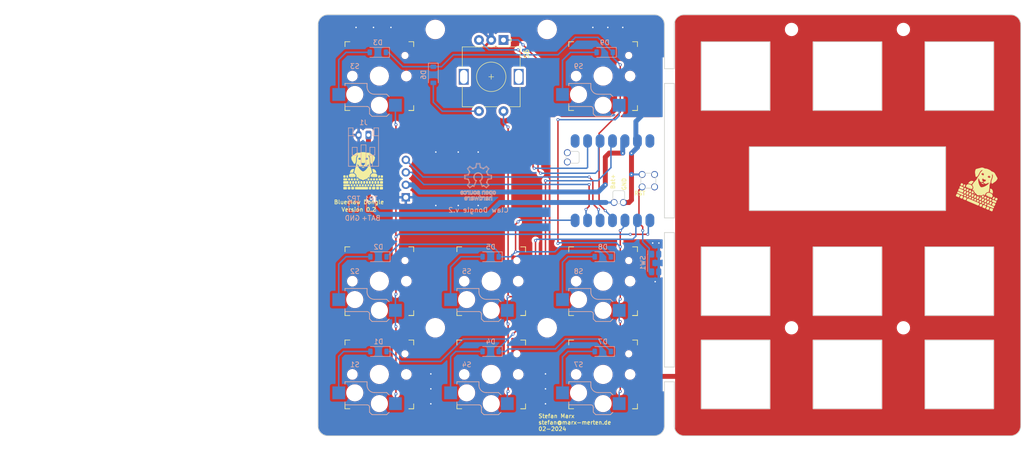
<source format=kicad_pcb>
(kicad_pcb (version 20240108) (generator "pcbnew") (generator_version "8.0")
  (title_block (comment 4 "AISLER Project ID: FSMJNVAG"))
  (layers (0 "F.Cu" signal "Front") (31 "B.Cu" signal "Back") (34 "B.Paste" user) (35 "F.Paste" user) (36 "B.SilkS" user "B.Silkscreen") (37 "F.SilkS" user "F.Silkscreen") (38 "B.Mask" user) (39 "F.Mask" user) (44 "Edge.Cuts" user))
  (net 0 "")
  (net 1 "Row3")
  (net 2 "Net-(D1-A)")
  (net 3 "Row2")
  (net 4 "Row1")
  (net 5 "Net-(D3-A)")
  (net 6 "Net-(D4-A)")
  (net 7 "Net-(D5-A)")
  (net 8 "Net-(D6-A)")
  (net 9 "Net-(D7-A)")
  (net 10 "Net-(D8-A)")
  (net 11 "Net-(D9-A)")
  (net 12 "Col1")
  (net 13 "Col2")
  (net 14 "Col3")
  (net 16 "GND")
  (net 17 "3v3")
  (net 18 "Net-(DSP1-SCL)")
  (net 19 "EncA")
  (net 21 "Net-(DSP1-SDA)")
  (net 22 "EncB")
  (net 23 "Net-(D2-A)")
  (net 24 "BAT")
  (net 27 "Net-(U1-RST)")
  (footprint "CF_LOGOS:DDKeyboard_10_10" (layer "F.Cu") (at 74.676 79.248)
    (property "Reference" "GL1" (hide yes))
    (property "Value" "LOGO" (hide yes))
  )
  (footprint "keyswitches:Kailh_socket_PG1350" (layer "F.Cu") (at 100.7 120.5)
    (property "Reference" "S4")
    (property "Value" "Choc")
  )
  (footprint "CF_LOGOS:DDKeyboard_10_10" (layer "F.Cu") (at 200.544075 82.477981 -23)
    (property "Reference" "GL2" (hide yes))
    (property "Value" "LOGO" (hide yes))
  )
  (footprint "MountingHole:MountingHole_3.5mm" (layer "F.Cu") (at 112.1 111)
    (property "Reference" "M4" (hide yes))
    (property "Value" "MOUNT" (hide yes))
  )
  (footprint "keyswitches:Kailh_socket_PG1350" (layer "F.Cu") (at 100.7 101.5)
    (property "Reference" "S5")
    (property "Value" "Choc")
  )
  (footprint "keyswitches:Kailh_socket_PG1350" (layer "F.Cu") (at 123.5 120.5)
    (property "Reference" "S7")
    (property "Value" "Choc")
  )
  (footprint "MountingHole:MountingHole_2.2mm_M2_DIN965" (layer "F.Cu") (at 161.9 50.2)
    (property "Reference" "M7" (hide yes))
    (property "Value" "MOUNT" (hide yes))
  )
  (footprint "keyswitches:Kailh_socket_PG1350" (layer "F.Cu") (at 77.9 120.5)
    (property "Reference" "S1")
    (property "Value" "Choc")
  )
  (footprint "MountingHole:MountingHole_3.5mm" (layer "F.Cu") (at 112.1 50.2)
    (property "Reference" "M3" (hide yes))
    (property "Value" "MOUNT" (hide yes))
  )
  (footprint "Rotary_Encoder:RotaryEncoder_Alps_EC11E-Switch_Vertical_H20mm" (layer "F.Cu") (at 103.2 52.35 -90)
    (property "Reference" "S6")
    (property "Value" "Choc")
  )
  (footprint "MountingHole:MountingHole_2.2mm_M2_DIN965" (layer "F.Cu") (at 184.7 111)
    (property "Reference" "M6" (hide yes))
    (property "Value" "MOUNT" (hide yes))
  )
  (footprint "MountingHole:MountingHole_3.5mm" (layer "F.Cu") (at 89.3 50.2)
    (property "Reference" "M1" (hide yes))
    (property "Value" "MOUNT" (hide yes))
  )
  (footprint "MountingHole:MountingHole_3.5mm" (layer "F.Cu") (at 89.3 111)
    (property "Reference" "M2" (hide yes))
    (property "Value" "MOUNT" (hide yes))
  )
  (footprint "ScottoKeebs_Components:OLED_128x32" (layer "F.Cu") (at 100.7 80.6)
    (property "Reference" "DSP1" (hide yes))
    (property "Value" "OLED_128x32")
  )
  (footprint "MountingHole:MountingHole_2.2mm_M2_DIN965" (layer "F.Cu") (at 161.9 111)
    (property "Reference" "M8" (hide yes))
    (property "Value" "MOUNT" (hide yes))
  )
  (footprint "keyswitches:Kailh_socket_PG1350" (layer "F.Cu") (at 123.5 101.5)
    (property "Reference" "S8")
    (property "Value" "Choc")
  )
  (footprint "MountingHole:MountingHole_2.2mm_M2_DIN965" (layer "F.Cu") (at 184.7 50.2)
    (property "Reference" "M5" (hide yes))
    (property "Value" "MOUNT" (hide yes))
  )
  (footprint "keyswitches:Kailh_socket_PG1350" (layer "F.Cu") (at 77.9 101.5)
    (property "Reference" "S2")
    (property "Value" "Choc")
  )
  (footprint "keyswitches:Kailh_socket_PG1350" (layer "F.Cu") (at 77.9 59.7)
    (property "Reference" "S3")
    (property "Value" "Choc")
  )
  (footprint "keyswitches:Kailh_socket_PG1350" (layer "F.Cu") (at 123.5 59.7)
    (property "Reference" "S9")
    (property "Value" "Choc")
  )
  (footprint "TestPoint:TestPoint_Pad_1.5x1.5mm" (layer "B.Cu") (at 72.644 86.36 180)
    (property "Reference" "TP2")
    (property "Value" "GND")
  )
  (footprint "Diode_SMD:D_SOD-123" (layer "B.Cu") (at 77.598 54.864 180)
    (property "Reference" "D3")
    (property "Value" "Diode")
  )
  (footprint "Diode_SMD:D_SOD-123" (layer "B.Cu") (at 123.444 96.52 180)
    (property "Reference" "D8")
    (property "Value" "Diode")
  )
  (footprint "TestPoint:TestPoint_Pad_1.5x1.5mm" (layer "B.Cu") (at 76.2 86.36 180)
    (property "Reference" "TP1")
    (property "Value" "BAT+")
  )
  (footprint "CF_LOGOS:OSSLogo" (layer "B.Cu") (at 98.1075 80.645 180)
    (property "Reference" "Logo" (hide yes))
    (property "Value" "Claw Dongle v.2")
  )
  (footprint "Diode_SMD:D_SOD-123" (layer "B.Cu") (at 123.826 54.864 180)
    (property "Reference" "D9")
    (property "Value" "Diode")
  )
  (footprint "Connector_JST:JST_PH_S2B-PH-K_1x02_P2.00mm_Horizontal" (layer "B.Cu") (at 75.676 71.718 180)
    (property "Reference" "J1")
    (property "Value" "Bat")
  )
  (footprint "Button_Switch_SMD:SW_SPST_EVQP7A" (layer "B.Cu") (at 134.112 97.79 -90)
    (property "Reference" "SW1")
    (property "Value" "SW_Reset")
  )
  (footprint "keeb_mcu:xiao-ble-smd-cutout" (layer "B.Cu") (at 125.418 81.018 90)
    (property "Reference" "U1" (hide yes))
    (property "Value" "SeeeduinoXIAO" (hide yes))
    (fp_line (start 4.2418 -9.462) (end 5.2832 -9.462) (stroke (width 0.12)) (layer "Edge.Cuts"))
    (fp_line (start 5.969 -8.7762) (end 5.9695 -7.176) (stroke (width 0.12)) (layer "Edge.Cuts"))
    (fp_line (start 3.5565 -7.176) (end 3.556 -8.7762) (stroke (width 0.12)) (layer "Edge.Cuts"))
    (fp_line (start 5.5885 -6.795) (end 3.9375 -6.795) (stroke (width 0.12)) (layer "Edge.Cuts"))
    (fp_line (start -4.0132 0.063) (end -2.413 0.063) (stroke (width 0.12)) (layer "Edge.Cuts"))
    (fp_line (start -2.032 0.444) (end -2.032 2.095) (stroke (width 0.12)) (layer "Edge.Cuts"))
    (fp_line (start -4.699 1.7902) (end -4.699 0.7488) (stroke (width 0.12)) (layer "Edge.Cuts"))
    (fp_line (start -2.413 2.476) (end -4.0132 2.476) (stroke (width 0.12)) (layer "Edge.Cuts"))
    (fp_line (start 0.8382 5.778) (end -0.8382 5.778) (stroke (width 0.12)) (layer "Edge.Cuts"))
    (fp_line (start 1.524 8.1402) (end 1.524 6.4638) (stroke (width 0.12)) (layer "Edge.Cuts"))
    (fp_line (start -1.524 8.1402) (end -1.524 6.4638) (stroke (width 0.12)) (layer "Edge.Cuts"))
    (fp_line (start 0.8382 8.826) (end -0.8382 8.826) (stroke (width 0.12)) (layer "Edge.Cuts"))
    (fp_arc (start 4.2418 -9.462) (mid 4.159607 -8.858393) (end 3.556 -8.7762) (stroke (width 0.12)) (layer "Edge.Cuts"))
    (fp_arc (start 5.969 -8.7762) (mid 5.365357 -8.858357) (end 5.2832 -9.462) (stroke (width 0.12)) (layer "Edge.Cuts"))
    (fp_arc (start 5.9695 -7.176) (mid 5.857908 -6.906592) (end 5.5885 -6.795) (stroke (width 0.12)) (layer "Edge.Cuts"))
    (fp_arc (start 3.9375 -6.795) (mid 3.668092 -6.906592) (end 3.5565 -7.176) (stroke (width 0.12)) (layer "Edge.Cuts"))
    (fp_arc (start -2.413 0.063) (mid -2.143592 0.174592) (end -2.032 0.444) (stroke (width 0.12)) (layer "Edge.Cuts"))
    (fp_arc (start -4.0132 0.063) (mid -4.095391 0.666609) (end -4.699 0.7488) (stroke (width 0.12)) (layer "Edge.Cuts"))
    (fp_arc (start -4.699 1.7902) (mid -4.095391 1.872391) (end -4.0132 2.476) (stroke (width 0.12)) (layer "Edge.Cuts"))
    (fp_arc (start -2.032 2.095) (mid -2.143592 2.364408) (end -2.413 2.476) (stroke (width 0.12)) (layer "Edge.Cuts"))
    (fp_arc (start -0.8382 5.778) (mid -0.920391 6.381609) (end -1.524 6.4638) (stroke (width 0.12)) (layer "Edge.Cuts"))
    (fp_arc (start 1.524 6.4638) (mid 0.920393 6.381607) (end 0.8382 5.778) (stroke (width 0.12)) (layer "Edge.Cuts"))
    (fp_arc (start -1.524 8.1402) (mid -0.920391 8.222391) (end -0.8382 8.826) (stroke (width 0.12)) (layer "Edge.Cuts"))
    (fp_arc (start 0.8382 8.826) (mid 0.920393 8.222393) (end 1.524 8.1402) (stroke (width 0.12)) (layer "Edge.Cuts"))
  )
  (footprint "Diode_SMD:D_SOD-123" (layer "B.Cu") (at 100.584 115.824 180)
    (property "Reference" "D4")
    (property "Value" "Diode")
  )
  (footprint "Diode_SMD:D_SOD-123" (layer "B.Cu") (at 77.724 115.824 180)
    (property "Reference" "D1")
    (property "Value" "Diode")
  )
  (footprint "Diode_SMD:D_SOD-123" (layer "B.Cu") (at 123.444 115.824 180)
    (property "Reference" "D7")
    (property "Value" "Diode")
  )
  (footprint "Diode_SMD:D_SOD-123" (layer "B.Cu") (at 100.584 96.52 180)
    (property "Reference" "D5")
    (property "Value" "Diode")
  )
  (footprint "Diode_SMD:D_SOD-123" (layer "B.Cu") (at 77.724 96.52 180)
    (property "Reference" "D2")
    (property "Value" "Diode")
  )
  (footprint "Diode_SMD:D_SOD-123" (layer "B.Cu") (at 88.9 59.436 -90)
    (property "Reference" "D6")
    (property "Value" "Diode")
  )
  (gr_line (start 138 88.6) (end 136 88.6) (stroke (width 0.15)) (layer "Edge.Cuts"))
  (gr_line (start 138 58.2) (end 136 58.2) (stroke (width 0.15)) (layer "Edge.Cuts"))
  (gr_line (start 136 122) (end 138 122) (stroke (width 0.15)) (layer "Edge.Cuts"))
  (gr_line (start 138 58.2) (end 138 49.2) (stroke (width 0.15)) (layer "Edge.Cuts"))
  (gr_line (start 166.3 127.5) (end 180.3 127.5) (stroke (width 0.15)) (layer "Edge.Cuts"))
  (gr_line (start 166.3 94.5) (end 166.3 108.5) (stroke (width 0.15)) (layer "Edge.Cuts"))
  (gr_line (start 180.3 127.5) (end 180.3 113.5) (stroke (width 0.15)) (layer "Edge.Cuts"))
  (gr_line (start 206.6 133) (end 140 133) (stroke (width 0.15)) (layer "Edge.Cuts"))
  (gr_line (start 180.3 52.7) (end 166.3 52.7) (stroke (width 0.15)) (layer "Edge.Cuts"))
  (gr_line (start 136 122) (end 136 131) (stroke (width 0.15)) (layer "Edge.Cuts"))
  (gr_arc (start 67.4 133) (mid 65.985786 132.414214) (end 65.4 131) (stroke (width 0.15)) (layer "Edge.Cuts"))
  (gr_line (start 166.3 108.5) (end 180.3 108.5) (stroke (width 0.15)) (layer "Edge.Cuts"))
  (gr_line (start 143.5 108.5) (end 157.5 108.5) (stroke (width 0.15)) (layer "Edge.Cuts"))
  (gr_line (start 134 133) (end 67.4 133) (stroke (width 0.15)) (layer "Edge.Cuts"))
  (gr_arc (start 208.6 131) (mid 208.014214 132.414214) (end 206.6 133) (stroke (width 0.15)) (layer "Edge.Cuts"))
  (gr_line (start 67.4 47.2) (end 134 47.2) (stroke (width 0.15)) (layer "Edge.Cuts"))
  (gr_line (start 189.1 127.5) (end 203.1 127.5) (stroke (width 0.15)) (layer "Edge.Cuts"))
  (gr_line (start 180.3 108.5) (end 180.3 94.5) (stroke (width 0.15)) (layer "Edge.Cuts"))
  (gr_line (start 138 119) (end 136 119) (stroke (width 0.15)) (layer "Edge.Cuts"))
  (gr_line (start 203.1 127.5) (end 203.1 113.5) (stroke (width 0.15)) (layer "Edge.Cuts"))
  (gr_line (start 143.5 127.5) (end 157.5 127.5) (stroke (width 0.15)) (layer "Edge.Cuts"))
  (gr_line (start 143.5 94.5) (end 143.5 108.5) (stroke (width 0.15)) (layer "Edge.Cuts"))
  (gr_line (start 180.3 113.5) (end 166.3 113.5) (stroke (width 0.15)) (layer "Edge.Cuts"))
  (gr_line (start 157.5 52.7) (end 143.5 52.7) (stroke (width 0.15)) (layer "Edge.Cuts"))
  (gr_arc (start 136 131) (mid 135.414214 132.414214) (end 134 133) (stroke (width 0.15)) (layer "Edge.Cuts"))
  (gr_line (start 153.3 87.1) (end 193.3 87.1) (stroke (width 0.15)) (layer "Edge.Cuts"))
  (gr_line (start 203.1 66.7) (end 203.1 52.7) (stroke (width 0.15)) (layer "Edge.Cuts"))
  (gr_line (start 203.1 94.5) (end 189.1 94.5) (stroke (width 0.15)) (layer "Edge.Cuts"))
  (gr_arc (start 140 133) (mid 138.585786 132.414214) (end 138 131) (stroke (width 0.15)) (layer "Edge.Cuts"))
  (gr_line (start 203.1 113.5) (end 189.1 113.5) (stroke (width 0.15)) (layer "Edge.Cuts"))
  (gr_line (start 193.3 87.1) (end 193.3 74.1) (stroke (width 0.15)) (layer "Edge.Cuts"))
  (gr_line (start 166.3 113.5) (end 166.3 127.5) (stroke (width 0.15)) (layer "Edge.Cuts"))
  (gr_line (start 203.1 52.7) (end 189.1 52.7) (stroke (width 0.15)) (layer "Edge.Cuts"))
  (gr_line (start 203.1 108.5) (end 203.1 94.5) (stroke (width 0.15)) (layer "Edge.Cuts"))
  (gr_line (start 138 88.6) (end 138 61.2) (stroke (width 0.15)) (layer "Edge.Cuts"))
  (gr_line (start 166.3 52.7) (end 166.3 66.7) (stroke (width 0.15)) (layer "Edge.Cuts"))
  (gr_line (start 193.3 74.1) (end 153.3 74.1) (stroke (width 0.15)) (layer "Edge.Cuts"))
  (gr_line (start 157.5 66.7) (end 157.5 52.7) (stroke (width 0.15)) (layer "Edge.Cuts"))
  (gr_line (start 153.3 74.1) (end 153.3 87.1) (stroke (width 0.15)) (layer "Edge.Cuts"))
  (gr_line (start 138 131) (end 138 122) (stroke (width 0.15)) (layer "Edge.Cuts"))
  (gr_line (start 136 61.2) (end 138 61.2) (stroke (width 0.15)) (layer "Edge.Cuts"))
  (gr_line (start 180.3 66.7) (end 180.3 52.7) (stroke (width 0.15)) (layer "Edge.Cuts"))
  (gr_line (start 180.3 94.5) (end 166.3 94.5) (stroke (width 0.15)) (layer "Edge.Cuts"))
  (gr_line (start 166.3 66.7) (end 180.3 66.7) (stroke (width 0.15)) (layer "Edge.Cuts"))
  (gr_line (start 157.5 94.5) (end 143.5 94.5) (stroke (width 0.15)) (layer "Edge.Cuts"))
  (gr_line (start 65.4 131) (end 65.4 49.2) (stroke (width 0.15)) (layer "Edge.Cuts"))
  (gr_line (start 136 61.2) (end 136 88.6) (stroke (width 0.15)) (layer "Edge.Cuts"))
  (gr_line (start 138 119) (end 138 91.6) (stroke (width 0.15)) (layer "Edge.Cuts"))
  (gr_line (start 136 91.6) (end 136 119) (stroke (width 0.15)) (layer "Edge.Cuts"))
  (gr_line (start 157.5 127.5) (end 157.5 113.5) (stroke (width 0.15)) (layer "Edge.Cuts"))
  (gr_line (start 143.5 113.5) (end 143.5 127.5) (stroke (width 0.15)) (layer "Edge.Cuts"))
  (gr_line (start 189.1 108.5) (end 203.1 108.5) (stroke (width 0.15)) (layer "Edge.Cuts"))
  (gr_line (start 157.5 108.5) (end 157.5 94.5) (stroke (width 0.15)) (layer "Edge.Cuts"))
  (gr_line (start 157.5 113.5) (end 143.5 113.5) (stroke (width 0.15)) (layer "Edge.Cuts"))
  (gr_arc (start 138 49.2) (mid 138.585786 47.785786) (end 140 47.2) (stroke (width 0.15)) (layer "Edge.Cuts"))
  (gr_arc (start 134 47.2) (mid 135.414214 47.785786) (end 136 49.2) (stroke (width 0.15)) (layer "Edge.Cuts"))
  (gr_arc (start 65.4 49.2) (mid 65.985786 47.785786) (end 67.4 47.2) (stroke (width 0.15)) (layer "Edge.Cuts"))
  (gr_line (start 189.1 113.5) (end 189.1 127.5) (stroke (width 0.15)) (layer "Edge.Cuts"))
  (gr_arc (start 206.6 47.2) (mid 208.014214 47.785786) (end 208.6 49.2) (stroke (width 0.15)) (layer "Edge.Cuts"))
  (gr_line (start 143.5 66.7) (end 157.5 66.7) (stroke (width 0.15)) (layer "Edge.Cuts"))
  (gr_line (start 189.1 94.5) (end 189.1 108.5) (stroke (width 0.15)) (layer "Edge.Cuts"))
  (gr_line (start 136 49.2) (end 136 58.2) (stroke (width 0.15)) (layer "Edge.Cuts"))
  (gr_line (start 208.6 49.2) (end 208.6 131) (stroke (width 0.15)) (layer "Edge.Cuts"))
  (gr_line (start 189.1 52.7) (end 189.1 66.7) (stroke (width 0.15)) (layer "Edge.Cuts"))
  (gr_line (start 140 47.2) (end 206.6 47.2) (stroke (width 0.15)) (layer "Edge.Cuts"))
  (gr_line (start 136 91.6) (end 138 91.6) (stroke (width 0.15)) (layer "Edge.Cuts"))
  (gr_line (start 143.5 52.7) (end 143.5 66.7) (stroke (width 0.15)) (layer "Edge.Cuts"))
  (gr_line (start 189.1 66.7) (end 203.1 66.7) (stroke (width 0.15)) (layer "Edge.Cuts"))
  (gr_text "RST" (at 129.794 84.074 -0) (layer "F.SilkS") (effects (font (size 0.8128 0.8128) (thickness 0.1524) (bold yes)) (justify left bottom)))
  (gr_text "GND" (at 128.27 83.058 90) (layer "F.SilkS") (effects (font (size 0.8128 0.8128) (thickness 0.1524) (bold yes)) (justify left bottom)))
  (gr_text "Version 0.2" (at 70.104 87.376 0) (layer "F.SilkS") (effects (font (size 0.8128 0.8128) (thickness 0.1524) (bold yes)) (justify left bottom)))
  (gr_text "Stefan Marx\nstefan@marx-merten.de\n02-2024" (at 110.236 132.08 0) (layer "F.SilkS") (effects (font (size 0.8128 0.8128) (thickness 0.1524) (bold yes)) (justify left bottom)))
  (gr_text "Bat+" (at 125.984 82.804 90) (layer "F.SilkS") (effects (font (size 0.8128 0.8128) (thickness 0.1524) (bold yes)) (justify left bottom)))
  (gr_text "Blueclaw Dongle" (at 68.58 85.852 0) (layer "F.SilkS") (effects (font (size 0.8128 0.8128) (thickness 0.1524) (bold yes)) (justify left bottom)))
  (segment (start 111.76 105.664) (end 111.76 81.026) (width 0.3) (layer "F.Cu") (net 1))
  (segment (start 105.156008 112.267992) (end 111.76 105.664) (width 0.3) (layer "F.Cu") (net 1))
  (segment (start 105.156 112.267992) (end 105.156008 112.267992) (width 0.3) (layer "F.Cu") (net 1))
  (via (at 111.76 81.026) (size 0.6) (drill 0.3) (layers "F.Cu" "B.Cu") (net 1))
  (via (at 105.156 112.267992) (size 0.6) (drill 0.3) (layers "F.Cu" "B.Cu") (net 1))
  (segment (start 103.632 115.824) (end 104.14 115.316) (width 0.3) (layer "B.Cu") (net 1))
  (segment (start 104.14 115.316) (end 113.792 115.316) (width 0.3) (layer "B.Cu") (net 1))
  (segment (start 122.428 81.026) (end 111.76 81.026) (width 0.3) (layer "B.Cu") (net 1))
  (segment (start 105.156 112.267992) (end 104.139992 113.284) (width 0.3) (layer "B.Cu") (net 1))
  (segment (start 115.824 113.284) (end 122.554 113.284) (width 0.3) (layer "B.Cu") (net 1))
  (segment (start 82.296 117.856) (end 80.264 115.824) (width 0.3) (layer "B.Cu") (net 1))
  (segment (start 94.996 113.284) (end 90.424 117.856) (width 0.3) (layer "B.Cu") (net 1))
  (segment (start 104.139992 113.284) (end 94.996 113.284) (width 0.3) (layer "B.Cu") (net 1))
  (segment (start 90.424 117.856) (end 82.296 117.856) (width 0.3) (layer "B.Cu") (net 1))
  (segment (start 125.1 78.354) (end 122.428 81.026) (width 0.3) (layer "B.Cu") (net 1))
  (segment (start 102.234 115.189992) (end 105.156 112.267992) (width 0.3) (layer "B.Cu") (net 1))
  (segment (start 80.264 115.824) (end 79.374 115.824) (width 0.3) (layer "B.Cu") (net 1))
  (segment (start 113.792 115.316) (end 115.824 113.284) (width 0.3) (layer "B.Cu") (net 1))
  (segment (start 125.1 72.330001) (end 125.1 78.354) (width 0.3) (layer "B.Cu") (net 1))
  (segment (start 122.554 113.284) (end 125.094 115.824) (width 0.3) (layer "B.Cu") (net 1))
  (segment (start 102.234 115.824) (end 102.234 115.189992) (width 0.3) (layer "B.Cu") (net 1))
  (segment (start 102.234 115.824) (end 103.632 115.824) (width 0.3) (layer "B.Cu") (net 1))
  (segment (start 70.612 115.824) (end 69.625 116.811) (width 0.3) (layer "B.Cu") (net 2))
  (segment (start 69.625 116.811) (end 69.625 124.25) (width 0.3) (layer "B.Cu") (net 2))
  (segment (start 76.074 115.824) (end 70.612 115.824) (width 0.3) (layer "B.Cu") (net 2))
  (segment (start 105.664 89.915992) (end 106.171992 89.408) (width 0.3) (layer "F.Cu") (net 3))
  (segment (start 105.664 95.504) (end 105.664 89.915992) (width 0.3) (layer "F.Cu") (net 3))
  (via (at 105.664 95.504) (size 0.6) (drill 0.3) (layers "F.Cu" "B.Cu") (net 3))
  (via (at 106.171992 89.408) (size 0.6) (drill 0.3) (layers "F.Cu" "B.Cu") (net 3))
  (segment (start 106.509993 89.069999) (end 106.171992 89.408) (width 0.3) (layer "B.Cu") (net 3))
  (segment (start 81.914 93.98) (end 100.584 93.98) (width 0.3) (layer "B.Cu") (net 3))
  (segment (start 79.374 96.52) (end 81.788 94.106) (width 0.3) (layer "B.Cu") (net 3))
  (segment (start 102.234 95.63) (end 102.234 96.52) (width 0.3) (layer "B.Cu") (net 3))
  (segment (start 125.094 96.52) (end 123.062 94.488) (width 0.3) (layer "B.Cu") (net 3))
  (segment (start 123.062 94.488) (end 114.678661 94.488) (width 0.3) (layer "B.Cu") (net 3))
  (segment (start 102.234 96.52) (end 104.648 96.52) (width 0.3) (layer "B.Cu") (net 3))
  (segment (start 81.788 94.106) (end 81.914 93.98) (width 0.3) (layer "B.Cu") (net 3))
  (segment (start 117.48 89.069999) (end 106.509993 89.069999) (width 0.3) (layer "B.Cu") (net 3))
  (segment (start 114.678661 94.488) (end 113.662661 95.504) (width 0.3) (layer "B.Cu") (net 3))
  (segment (start 100.584 93.98) (end 102.234 95.63) (width 0.3) (layer "B.Cu") (net 3))
  (segment (start 104.648 96.52) (end 105.664 95.504) (width 0.3) (layer "B.Cu") (net 3))
  (segment (start 113.662661 95.504) (end 105.664 95.504) (width 0.3) (layer "B.Cu") (net 3))
  (segment (start 127 67.056) (end 122.682 71.374) (width 0.3) (layer "F.Cu") (net 4))
  (segment (start 127 57.404) (end 127 67.056) (width 0.3) (layer "F.Cu") (net 4))
  (segment (start 122.682 85.852) (end 123.952 87.122) (width 0.3) (layer "F.Cu") (net 4))
  (segment (start 122.682 71.374) (end 122.682 85.852) (width 0.3) (layer "F.Cu") (net 4))
  (via (at 127 57.404) (size 0.6) (drill 0.3) (layers "F.Cu" "B.Cu") (net 4))
  (via (at 123.952 87.122) (size 0.6) (drill 0.3) (layers "F.Cu" "B.Cu") (net 4))
  (segment (start 88.9 57.786) (end 90.55 57.786) (width 0.3) (layer "B.Cu") (net 4))
  (segment (start 125.1 88.27) (end 123.952 87.122) (width 0.3) (layer "B.Cu") (net 4))
  (segment (start 90.55 57.786) (end 92.964 55.372) (width 0.3) (layer "B.Cu") (net 4))
  (segment (start 125.1 89.069999) (end 125.1 88.27) (width 0.3) (layer "B.Cu") (net 4))
  (segment (start 114.3 55.372) (end 117.856 51.816) (width 0.3) (layer "B.Cu") (net 4))
  (segment (start 125.476 55.88) (end 125.476 54.864) (width 0.3) (layer "B.Cu") (net 4))
  (segment (start 82.678 57.786) (end 88.9 57.786) (width 0.3) (layer "B.Cu") (net 4))
  (segment (start 79.248 54.864) (end 79.756 54.864) (width 0.3) (layer "B.Cu") (net 4))
  (segment (start 127 57.404) (end 125.476 55.88) (width 0.3) (layer "B.Cu") (net 4))
  (segment (start 79.756 54.864) (end 82.678 57.786) (width 0.3) (layer "B.Cu") (net 4))
  (segment (start 117.856 51.816) (end 122.428 51.816) (width 0.3) (layer "B.Cu") (net 4))
  (segment (start 122.428 51.816) (end 125.476 54.864) (width 0.3) (layer "B.Cu") (net 4))
  (segment (start 92.964 55.372) (end 114.3 55.372) (width 0.3) (layer "B.Cu") (net 4))
  (segment (start 75.948 54.864) (end 71.12 54.864) (width 0.3) (layer "B.Cu") (net 5))
  (segment (start 71.12 54.864) (end 69.625 56.359) (width 0.3) (layer "B.Cu") (net 5))
  (segment (start 69.625 56.359) (end 69.625 63.45) (width 0.3) (layer "B.Cu") (net 5))
  (segment (start 98.934 115.824) (end 93.472 115.824) (width 0.3) (layer "B.Cu") (net 6))
  (segment (start 92.425 116.871) (end 92.425 124.25) (width 0.3) (layer "B.Cu") (net 6))
  (segment (start 93.472 115.824) (end 92.425 116.871) (width 0.3) (layer "B.Cu") (net 6))
  (segment (start 94.488 96.52) (end 92.425 98.583) (width 0.3) (layer "B.Cu") (net 7))
  (segment (start 92.425 98.583) (end 92.425 105.25) (width 0.3) (layer "B.Cu") (net 7))
  (segment (start 98.934 96.52) (end 94.488 96.52) (width 0.3) (layer "B.Cu") (net 7))
  (segment (start 98.2 66.85) (end 90.726 66.85) (width 0.3) (layer "B.Cu") (net 8))
  (segment (start 88.9 65.024) (end 88.9 61.086) (width 0.3) (layer "B.Cu") (net 8))
  (segment (start 90.726 66.85) (end 88.9 65.024) (width 0.3) (layer "B.Cu") (net 8))
  (segment (start 121.794 115.824) (end 116.332 115.824) (width 0.3) (layer "B.Cu") (net 9))
  (segment (start 116.332 115.824) (end 115.225 116.931) (width 0.3) (layer "B.Cu") (net 9))
  (segment (start 115.225 116.931) (end 115.225 124.25) (width 0.3) (layer "B.Cu") (net 9))
  (segment (start 116.332 96.52) (end 115.225 97.627) (width 0.3) (layer "B.Cu") (net 10))
  (segment (start 121.794 96.52) (end 116.332 96.52) (width 0.3) (layer "B.Cu") (net 10))
  (segment (start 115.225 97.627) (end 115.225 105.25) (width 0.3) (layer "B.Cu") (net 10))
  (segment (start 122.176 54.864) (end 116.84 54.864) (width 0.3) (layer "B.Cu") (net 11))
  (segment (start 116.84 54.864) (end 115.225 56.479) (width 0.3) (layer "B.Cu") (net 11))
  (segment (start 115.225 56.479) (end 115.225 63.45) (width 0.3) (layer "B.Cu") (net 11))
  (segment (start 81.28 69.596) (end 81.28 92.456) (width 0.3) (layer "F.Cu") (net 12))
  (segment (start 129.032016 91.948) (end 129.032 91.948016) (width 0.3) (layer "F.Cu") (net 12))
  (segment (start 81.28 92.456) (end 81.28 104.14) (width 0.3) (layer "F.Cu") (net 12))
  (segment (start 81.28 110.744) (end 81.28 124.46) (width 0.3) (layer "F.Cu") (net 12))
  (segment (start 132.588 91.948) (end 129.032016 91.948) (width 0.3) (layer "F.Cu") (net 12))
  (via (at 81.28 69.596) (size 0.6) (drill 0.3) (layers "F.Cu" "B.Cu") (net 12))
  (via (at 129.032 91.948016) (size 0.6) (drill 0.3) (layers "F.Cu" "B.Cu") (net 12))
  (via (at 81.28 104.14) (size 0.6) (drill 0.3) (layers "F.Cu" "B.Cu") (net 12))
  (via (at 81.28 92.456) (size 0.6) (drill 0.3) (layers "F.Cu" "B.Cu") (net 12))
  (via (at 81.28 110.744) (size 0.6) (drill 0.3) (layers "F.Cu" "B.Cu") (net 12))
  (via (at 81.28 124.46) (size 0.6) (drill 0.3) (layers "F.Cu" "B.Cu") (net 12))
  (via (at 132.588 91.948) (size 0.6) (drill 0.3) (layers "F.Cu" "B.Cu") (net 12))
  (segment (start 132.72 89.069999) (end 132.72 91.816) (width 0.3) (layer "B.Cu") (net 12))
  (segment (start 81.175 107.45) (end 81.175 110.639) (width 0.3) (layer "B.Cu") (net 12))
  (segment (start 81.175 69.491) (end 81.28 69.596) (width 0.3) (layer "B.Cu") (net 12))
  (segment (start 81.28 104.14) (end 81.175 104.245) (width 0.3) (layer "B.Cu") (net 12))
  (segment (start 132.72 91.816) (end 132.588 91.948) (width 0.3) (layer "B.Cu") (net 12))
  (segment (start 81.175 124.565) (end 81.175 126.45) (width 0.3) (layer "B.Cu") (net 12))
  (segment (start 81.175 110.639) (end 81.28 110.744) (width 0.3) (layer "B.Cu") (net 12))
  (segment (start 81.28 124.46) (end 81.175 124.565) (width 0.3) (layer "B.Cu") (net 12))
  (segment (start 129.031984 91.948) (end 129.032 91.948016) (width 0.3) (layer "B.Cu") (net 12))
  (segment (start 81.788 91.948) (end 129.031984 91.948) (width 0.3) (layer "B.Cu") (net 12))
  (segment (start 81.175 65.65) (end 81.175 69.491) (width 0.3) (layer "B.Cu") (net 12))
  (segment (start 81.175 104.245) (end 81.175 107.45) (width 0.3) (layer "B.Cu") (net 12))
  (segment (start 81.28 92.456) (end 81.788 91.948) (width 0.3) (layer "B.Cu") (net 12))
  (segment (start 104.14 123.952) (end 104.14 110.236) (width 0.3) (layer "F.Cu") (net 13))
  (segment (start 104.14 104.648) (end 106.68 104.648) (width 0.3) (layer "F.Cu") (net 13))
  (segment (start 104.14 104.648) (end 104.14 70.104) (width 0.3) (layer "F.Cu") (net 13))
  (segment (start 109.728 101.6) (end 109.728 93.206) (width 0.3) (layer "F.Cu") (net 13))
  (segment (start 106.68 104.648) (end 109.728 101.6) (width 0.3) (layer "F.Cu") (net 13))
  (via (at 109.728 93.206) (size 0.6) (drill 0.3) (layers "F.Cu" "B.Cu") (net 13))
  (via (at 104.14 123.952) (size 0.6) (drill 0.3) (layers "F.Cu" "B.Cu") (net 13))
  (via (at 104.14 104.648) (size 0.6) (drill 0.3) (layers "F.Cu" "B.Cu") (net 13))
  (via (at 104.14 110.236) (size 0.6) (drill 0.3) (layers "F.Cu" "B.Cu") (net 13))
  (via (at 104.14 70.104) (size 0.6) (drill 0.3) (layers "F.Cu" "B.Cu") (net 13))
  (segment (start 103.975 110.071) (end 103.975 107.45) (width 0.3) (layer "B.Cu") (net 13))
  (segment (start 103.2 69.164) (end 103.2 66.85) (width 0.3) (layer "B.Cu") (net 13))
  (segment (start 103.975 124.117) (end 104.14 123.952) (width 0.3) (layer "B.Cu") (net 13))
  (segment (start 104.14 110.236) (end 103.975 110.071) (width 0.3) (layer "B.Cu") (net 13))
  (segment (start 103.975 107.45) (end 103.975 104.813) (width 0.3) (layer "B.Cu") (net 13))
  (segment (start 130.18 92.324) (end 129.54 92.964) (width 0.3) (layer "B.Cu") (net 13))
  (segment (start 103.975 126.45) (end 103.975 124.117) (width 0.3) (layer "B.Cu") (net 13))
  (segment (start 129.54 92.964) (end 109.97 92.964) (width 0.3) (layer "B.Cu") (net 13))
  (segment (start 109.97 92.964) (end 109.728 93.206) (width 0.3) (layer "B.Cu") (net 13))
  (segment (start 103.975 104.813) (end 104.14 104.648) (width 0.3) (layer "B.Cu") (net 13))
  (segment (start 104.14 70.104) (end 103.2 69.164) (width 0.3) (layer "B.Cu") (net 13))
  (segment (start 130.18 89.069999) (end 130.18 92.324) (width 0.3) (layer "B.Cu") (net 13))
  (segment (start 127 94.488) (end 127 105.156) (width 0.3) (layer "F.Cu") (net 14))
  (segment (start 127 91.186) (end 127 94.488) (width 0.3) (layer "F.Cu") (net 14))
  (segment (start 114.3 68.58) (end 114.3 93.806) (width 0.3) (layer "F.Cu") (net 14))
  (segment (start 127 109.728) (end 127 123.952) (width 0.3) (layer "F.Cu") (net 14))
  (via (at 127 123.952) (size 0.6) (drill 0.3) (layers "F.Cu" "B.Cu") (net 14))
  (via (at 114.3 93.806) (size 0.6) (drill 0.3) (layers "F.Cu" "B.Cu") (net 14))
  (via (at 127 105.156) (size 0.6) (drill 0.3) (layers "F.Cu" "B.Cu") (net 14))
  (via (at 127 109.728) (size 0.6) (drill 0.3) (layers "F.Cu" "B.Cu") (net 14))
  (via (at 127 91.186) (size 0.6) (drill 0.3) (layers "F.Cu" "B.Cu") (net 14))
  (via (at 114.3 68.58) (size 0.6) (drill 0.3) (layers "F.Cu" "B.Cu") (net 14))
  (via (at 127 94.488) (size 0.6) (drill 0.3) (layers "F.Cu" "B.Cu") (net 14))
  (segment (start 127 123.952) (end 126.775 124.177) (width 0.3) (layer "B.Cu") (net 14))
  (segment (start 127.64 90.546) (end 127.64 89.069999) (width 0.3) (layer "B.Cu") (net 14))
  (segment (start 114.45 93.656) (end 114.3 93.806) (width 0.3) (layer "B.Cu") (net 14))
  (segment (start 126.775 65.65) (end 126.775 67.789) (width 0.3) (layer "B.Cu") (net 14))
  (segment (start 126.775 67.789) (end 125.984 68.58) (width 0.3) (layer "B.Cu") (net 14))
  (segment (start 126.168 93.656) (end 114.45 93.656) (width 0.3) (layer "B.Cu") (net 14))
  (segment (start 126.775 124.177) (end 126.775 126.45) (width 0.3) (layer "B.Cu") (net 14))
  (segment (start 126.775 109.503) (end 127 109.728) (width 0.3) (layer "B.Cu") (net 14))
  (segment (start 125.984 68.58) (end 114.3 68.58) (width 0.3) (layer "B.Cu") (net 14))
  (segment (start 127 91.186) (end 127.64 90.546) (width 0.3) (layer "B.Cu") (net 14))
  (segment (start 126.775 107.45) (end 126.775 109.503) (width 0.3) (layer "B.Cu") (net 14))
  (segment (start 127 94.488) (end 126.168 93.656) (width 0.3) (layer "B.Cu") (net 14))
  (segment (start 126.775 105.381) (end 126.775 107.45) (width 0.3) (layer "B.Cu") (net 14))
  (segment (start 127 105.156) (end 126.775 105.381) (width 0.3) (layer "B.Cu") (net 14))
  (segment (start 139.7 120.904) (end 134.62 120.904) (width 1) (layer "F.Cu") (net 16))
  (segment (start 129.286 75.438) (end 129.286 84.955) (width 1) (layer "F.Cu") (net 16))
  (segment (start 128.778 85.463) (end 128.204746 85.463) (width 1) (layer "F.Cu") (net 16))
  (segment (start 127.845517 85.575653) (end 127.653027 85.47507) (width 1) (layer "F.Cu") (net 16))
  (segment (start 134.62 120.904) (end 133.604 119.888) (width 1) (layer "F.Cu") (net 16))
  (segment (start 139.7 120.396) (end 139.7 120.904) (width 1) (layer "F.Cu") (net 16))
  (segment (start 128.204746 85.463) (end 127.845517 85.575653) (width 1) (layer "F.Cu") (net 16))
  (segment (start 129.286 84.955) (end 128.778 85.463) (width 1) (layer "F.Cu") (net 16))
  (via (at 88.392 126.492) (size 0.6) (drill 0.3) (layers "F.Cu" "B.Cu") (net 16))
  (via (at 80.264 49.784) (size 0.6) (drill 0.3) (layers "F.Cu" "B.Cu") (net 16))
  (via (at 133.604 93.726) (size 0.6) (drill 0.3) (layers "F.Cu" "B.Cu") (net 16))
  (via (at 88.392 123.444) (size 0.6) (drill 0.3) (layers "F.Cu" "B.Cu") (net 16))
  (via (at 88.392 120.396) (size 0.6) (drill 0.3) (layers "F.Cu" "B.Cu") (net 16))
  (via (at 98.044 75.184) (size 0.6) (drill 0.3) (layers "F.Cu" "B.Cu") (net 16))
  (via (at 111.76 126.492) (size 0.6) (drill 0.3) (layers "F.Cu" "B.Cu") (net 16))
  (via (at 124.46 49.784) (size 0.6) (drill 0.3) (layers "F.Cu" "B.Cu") (net 16))
  (via (at 89.408 86.0765) (size 0.6) (drill 0.3) (layers "F.Cu" "B.Cu") (net 16))
  (via (at 134.112 101.6) (size 0.6) (drill 0.3) (layers "F.Cu" "B.Cu") (net 16))
  (via (at 134.874 93.726) (size 0.6) (drill 0.3) (layers "F.Cu" "B.Cu") (net 16))
  (via (at 98.044 86.0765) (size 0.6) (drill 0.3) (layers "F.Cu" "B.Cu") (net 16))
  (via (at 89.408 75.184) (size 0.6) (drill 0.3) (layers "F.Cu" "B.Cu") (net 16))
  (via (at 111.76 120.396) (size 0.6) (drill 0.3) (layers "F.Cu" "B.Cu") (net 16))
  (via (at 93.98 86.0765) (size 0.6) (drill 0.3) (layers "F.Cu" "B.Cu") (net 16))
  (via (at 129.286 75.438) (size 0.6) (drill 0.3) (layers "F.Cu" "B.Cu") (net 16))
  (via (at 76.708 49.784) (size 0.6) (drill 0.3) (layers "F.Cu" "B.Cu") (net 16))
  (via (at 127.508 49.784) (size 0.6) (drill 0.3) (layers "F.Cu" "B.Cu") (net 16))
  (via (at 111.76 123.444) (size 0.6) (drill 0.3) (layers "F.Cu" "B.Cu") (net 16))
  (via (at 73.152 49.784) (size 0.6) (drill 0.3) (layers "F.Cu" "B.Cu") (net 16))
  (via (at 121.412 49.784) (size 0.6) (drill 0.3) (layers "F.Cu" "B.Cu") (net 16))
  (via (at 93.98 75.184) (size 0.6) (drill 0.3) (layers "F.Cu" "B.Cu") (net 16))
  (via (at 129.286 79.756) (size 0.6) (drill 0.3) (layers "F.Cu" "B.Cu") (net 16))
  (segment (start 100.7 52.35) (end 100.7 50.408) (width 1) (layer "B.Cu") (net 16))
  (segment (start 130.498 72.44804) (end 130.498 74.226) (width 1) (layer "B.Cu") (net 16))
  (segment (start 132.08 67.056) (end 132.08 66.04) (width 1) (layer "B.Cu") (net 16))
  (segment (start 130.18 68.956) (end 132.08 67.056) (width 1) (layer "B.Cu") (net 16))
  (segment (start 134.832 99.59) (end 134.832 100.88) (width 0.3) (layer "B.Cu") (net 16))
  (segment (start 129.294 79.748) (end 129.286 79.756) (width 1) (layer "B.Cu") (net 16))
  (segment (start 130.18 72.330001) (end 130.18 68.956) (width 1) (layer "B.Cu") (net 16))
  (segment (start 130.498 74.226) (end 129.286 75.438) (width 1) (layer "B.Cu") (net 16))
  (segment (start 131.45 79.748) (end 129.294 79.748) (width 0.4) (layer "B.Cu") (net 16))
  (segment (start 134.832 100.88) (end 134.112 101.6) (width 0.3) (layer "B.Cu") (net 16))
  (segment (start 134.832 99.59) (end 134.832 95.99) (width 0.4) (layer "B.Cu") (net 16))
  (segment (start 123.951994 76.200006) (end 123.951994 81.861325) (width 1) (layer "F.Cu") (net 17))
  (segment (start 124.752 75.4) (end 123.951994 76.200006) (width 1) (layer "F.Cu") (net 17))
  (segment (start 127.5 75.4) (end 124.752 75.4) (width 1) (layer "F.Cu") (net 17))
  (via (at 123.951994 81.861325) (size 0.6) (drill 0.3) (layers "F.Cu" "B.Cu") (net 17))
  (via (at 127.5 75.4) (size 0.6) (drill 0.3) (layers "F.Cu" "B.Cu") (net 17))
  (segment (start 84.655325 81.861325) (end 86.106 83.312) (width 1) (layer "B.Cu") (net 17))
  (segment (start 86.106 83.312) (end 122.501319 83.312) (width 1) (layer "B.Cu") (net 17))
  (segment (start 122.501319 83.312) (end 123.951994 81.861325) (width 1) (layer "B.Cu") (net 17))
  (segment (start 127.5 75.4) (end 127.5 72.470001) (width 1) (layer "B.Cu") (net 17))
  (segment (start 127.5 72.470001) (end 127.64 72.330001) (width 1) (layer "B.Cu") (net 17))
  (segment (start 83.298473 81.861325) (end 84.655325 81.861325) (width 1) (layer "B.Cu") (net 17))
  (segment (start 120.65 86.238) (end 120.65 81.787998) (width 0.3) (layer "F.Cu") (net 18))
  (segment (start 120.02 86.868) (end 120.65 86.238) (width 0.3) (layer "F.Cu") (net 18))
  (via (at 120.65 81.787998) (size 0.6) (drill 0.3) (layers "F.Cu" "B.Cu") (net 18))
  (via (at 120.02 86.868) (size 0.6) (drill 0.3) (layers "F.Cu" "B.Cu") (net 18))
  (segment (start 120.02 86.868) (end 120.02 89.069999) (width 0.3) (layer "B.Cu") (net 18))
  (segment (start 84.500554 79.321325) (end 86.967227 81.787998) (width 0.3) (layer "B.Cu") (net 18))
  (segment (start 86.967227 81.787998) (end 120.65 81.787998) (width 0.3) (layer "B.Cu") (net 18))
  (segment (start 83.298473 79.321325) (end 84.500554 79.321325) (width 0.3) (layer "B.Cu") (net 18))
  (segment (start 107.188 53.34) (end 110.236 56.388) (width 0.3) (layer "F.Cu") (net 19))
  (segment (start 110.236 78.994) (end 110.744004 79.502004) (width 0.3) (layer "F.Cu") (net 19))
  (segment (start 110.236 56.388) (end 110.236 78.994) (width 0.3) (layer "F.Cu") (net 19))
  (via (at 110.744004 79.502004) (size 0.6) (drill 0.3) (layers "F.Cu" "B.Cu") (net 19))
  (via (at 107.188 53.34) (size 0.6) (drill 0.3) (layers "F.Cu" "B.Cu") (net 19))
  (segment (start 106.198 52.35) (end 107.188 53.34) (width 0.3) (layer "B.Cu") (net 19))
  (segment (start 122.56 72.330001) (end 122.56 78.862) (width 0.3) (layer "B.Cu") (net 19))
  (segment (start 121.92 79.502) (end 110.744008 79.502) (width 0.3) (layer "B.Cu") (net 19))
  (segment (start 122.56 78.862) (end 121.92 79.502) (width 0.3) (layer "B.Cu") (net 19))
  (segment (start 103.2 52.35) (end 106.198 52.35) (width 0.3) (layer "B.Cu") (net 19))
  (segment (start 110.744008 79.502) (end 110.744004 79.502004) (width 0.3) (layer "B.Cu") (net 19))
  (segment (start 122.56 86.868) (end 121.412 85.72) (width 0.3) (layer "F.Cu") (net 21))
  (segment (start 121.412 85.72) (end 121.412 81.026004) (width 0.3) (layer "F.Cu") (net 21))
  (segment (start 121.412 81.026004) (end 120.65 80.264004) (width 0.3) (layer "F.Cu") (net 21))
  (via (at 120.65 80.264004) (size 0.6) (drill 0.3) (layers "F.Cu" "B.Cu") (net 21))
  (via (at 122.56 86.868) (size 0.6) (drill 0.3) (layers "F.Cu" "B.Cu") (net 21))
  (segment (start 122.56 86.868) (end 122.56 89.069999) (width 0.3) (layer "B.Cu") (net 21))
  (segment (start 83.298473 76.781325) (end 86.781152 80.264004) (width 0.3) (layer "B.Cu") (net 21))
  (segment (start 86.781152 80.264004) (end 120.65 80.264004) (width 0.3) (layer "B.Cu") (net 21))
  (segment (start 109.22 78.232) (end 109.474 78.486) (width 0.3) (layer "F.Cu") (net 22))
  (segment (start 109.22 57.404) (end 109.22 78.232) (width 0.3) (layer "F.Cu") (net 22))
  (segment (start 106.172 54.356) (end 109.22 57.404) (width 0.3) (layer "F.Cu") (net 22))
  (via (at 109.474 78.486) (size 0.6) (drill 0.3) (layers "F.Cu" "B.Cu") (net 22))
  (via (at 106.172 54.356) (size 0.6) (drill 0.3) (layers "F.Cu" "B.Cu") (net 22))
  (segment (start 100.206 54.356) (end 106.172 54.356) (width 0.3) (layer "B.Cu") (net 22))
  (segment (start 120.338 78.29) (end 120.142 78.486) (width 0.3) (layer "B.Cu") (net 22))
  (segment (start 120.338 72.44804) (end 120.338 78.29) (width 0.3) (layer "B.Cu") (net 22))
  (segment (start 98.2 52.35) (end 100.206 54.356) (width 0.3) (layer "B.Cu") (net 22))
  (segment (start 120.142 78.486) (end 109.474 78.486) (width 0.3) (layer "B.Cu") (net 22))
  (segment (start 71.12 96.52) (end 69.625 98.015) (width 0.3) (layer "B.Cu") (net 23))
  (segment (start 69.625 98.015) (end 69.625 105.25) (width 0.3) (layer "B.Cu") (net 23))
  (segment (start 76.074 96.52) (end 71.12 96.52) (width 0.3) (layer "B.Cu") (net 23))
  (segment (start 75.676 84.312) (end 76.2 84.836) (width 1) (layer "F.Cu") (net 24))
  (segment (start 75.676 71.718) (end 75.676 84.312) (width 1) (layer "F.Cu") (net 24))
  (via (at 76.2 84.836) (size 0.6) (drill 0.3) (layers "F.Cu" "B.Cu") (net 24))
  (segment (start 76.2 86.36) (end 77.724 87.884) (width 1) (layer "B.Cu") (net 24))
  (segment (start 124.087 85.463) (end 125.389064 85.463) (width 0.4) (layer "B.Cu") (net 24))
  (segment (start 100.076 87.884) (end 102.497 85.463) (width 1) (layer "B.Cu") (net 24))
  (segment (start 102.497 85.463) (end 124.087 85.463) (width 1) (layer "B.Cu") (net 24))
  (segment (start 125.389064 85.463) (end 125.635032 85.708968) (width 0.4) (layer "B.Cu") (net 24))
  (segment (start 77.724 87.884) (end 100.076 87.884) (width 1) (layer "B.Cu") (net 24))
  (segment (start 76.2 84.836) (end 76.2 86.36) (width 1) (layer "B.Cu") (net 24))
  (segment (start 131.572 90.424) (end 130.81 89.662) (width 0.3) (layer "F.Cu") (net 27))
  (segment (start 131.572 91.186) (end 131.572 90.424) (width 0.3) (layer "F.Cu") (net 27))
  (segment (start 130.81 82.928) (end 131.45 82.288) (width 0.3) (layer "F.Cu") (net 27))
  (segment (start 130.81 89.662) (end 130.81 82.928) (width 0.3) (layer "F.Cu") (net 27))
  (via (at 131.572 91.186) (size 0.6) (drill 0.3) (layers "F.Cu" "B.Cu") (net 27))
  (segment (start 132.884 96.103) (end 132.884 94.784) (width 0.3) (layer "B.Cu") (net 27))
  (segment (start 131.572 93.472) (end 131.572 91.186) (width 0.3) (layer "B.Cu") (net 27))
  (segment (start 132.884 99.703) (end 132.884 96.103) (width 0.3) (layer "B.Cu") (net 27))
  (segment (start 132.884 94.784) (end 131.572 93.472) (width 0.3) (layer "B.Cu") (net 27))
  (zone (net 16) (net_name "GND") (layer "F.Cu") (priority 2) (connect_pads (clearance 0.5)) (min_thickness 0.25) (fill yes (thermal_gap 0.5) (thermal_bridge_width 0.5))
    (polygon (pts (xy 138.176 44.196) (xy 138.176 137.668) (xy 209.296 137.668) (xy 209.296 44.196)))
  )
  (zone (net 16) (net_name "GND") (layer "F.Cu") (priority 1) (connect_pads (clearance 0.5)) (min_thickness 0.25) (fill yes (thermal_gap 0.5) (thermal_bridge_width 0.5))
    (polygon (pts (xy 62.992 45.212) (xy 135.128 45.212) (xy 135.128 138.176) (xy 62.992 138.176)))
  )
  (zone (net 0) (net_name "") (layers "F&B.Cu") (connect_pads (clearance 0)) (min_thickness 0.25)
    (keepout (tracks allowed) (vias allowed) (pads allowed) (copperpour not_allowed) (footprints allowed))
    (fill (thermal_gap 0.5) (thermal_bridge_width 0.5))
    (polygon (pts (xy 136.652 68.072) (xy 112.776 68.072) (xy 112.776 92.964) (xy 136.652 92.964)))
  )
  (zone (net 16) (net_name "GND") (layer "B.Cu") (connect_pads (clearance 0.5)) (min_thickness 0.25) (fill yes (thermal_gap 0.5) (thermal_bridge_width 0.5))
    (polygon (pts (xy 137.16 44.704) (xy 62.484 44.704) (xy 62.484 135.636) (xy 137.16 136.652)))
  )
  (zone (net 0) (net_name "") (layer "B.Cu") (connect_pads (clearance 0)) (min_thickness 0.25)
    (keepout (tracks not_allowed) (vias not_allowed) (pads not_allowed) (copperpour not_allowed) (footprints allowed))
    (fill (thermal_gap 0.5) (thermal_bridge_width 0.5))
    (polygon (pts (xy 138.43 55.88) (xy 135.636 55.88) (xy 135.636 123.952) (xy 138.43 123.952)))
  )
)
</source>
